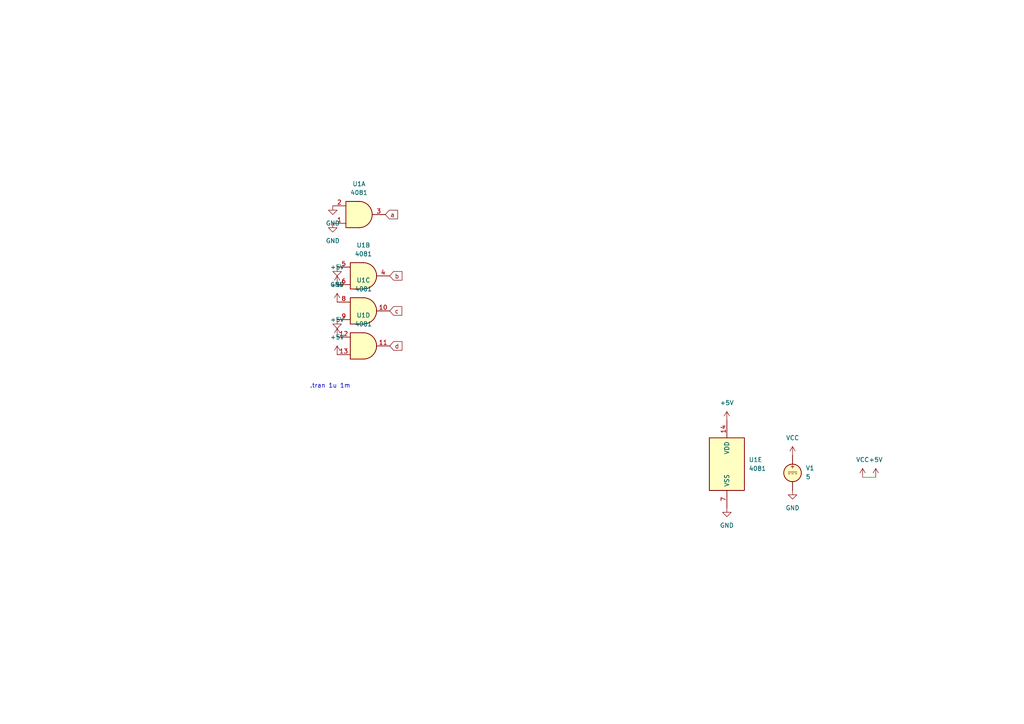
<source format=kicad_sch>
(kicad_sch
	(version 20231120)
	(generator "eeschema")
	(generator_version "8.0")
	(uuid "0a0d8940-681e-4528-8650-9bd1dcbbce9e")
	(paper "A4")
	(lib_symbols
		(symbol "4xxx:4081"
			(pin_names
				(offset 1.016)
			)
			(exclude_from_sim no)
			(in_bom yes)
			(on_board yes)
			(property "Reference" "U"
				(at 0 1.27 0)
				(effects
					(font
						(size 1.27 1.27)
					)
				)
			)
			(property "Value" "4081"
				(at 0 -1.27 0)
				(effects
					(font
						(size 1.27 1.27)
					)
				)
			)
			(property "Footprint" ""
				(at 0 0 0)
				(effects
					(font
						(size 1.27 1.27)
					)
					(hide yes)
				)
			)
			(property "Datasheet" "http://www.intersil.com/content/dam/Intersil/documents/cd40/cd4073bms-81bms-82bms.pdf"
				(at 0 0 0)
				(effects
					(font
						(size 1.27 1.27)
					)
					(hide yes)
				)
			)
			(property "Description" "Quad And 2 inputs"
				(at 0 0 0)
				(effects
					(font
						(size 1.27 1.27)
					)
					(hide yes)
				)
			)
			(property "ki_locked" ""
				(at 0 0 0)
				(effects
					(font
						(size 1.27 1.27)
					)
				)
			)
			(property "ki_keywords" "CMOS And2"
				(at 0 0 0)
				(effects
					(font
						(size 1.27 1.27)
					)
					(hide yes)
				)
			)
			(property "ki_fp_filters" "DIP?14*"
				(at 0 0 0)
				(effects
					(font
						(size 1.27 1.27)
					)
					(hide yes)
				)
			)
			(symbol "4081_1_1"
				(arc
					(start 0 -3.81)
					(mid 3.7934 0)
					(end 0 3.81)
					(stroke
						(width 0.254)
						(type default)
					)
					(fill
						(type background)
					)
				)
				(polyline
					(pts
						(xy 0 3.81) (xy -3.81 3.81) (xy -3.81 -3.81) (xy 0 -3.81)
					)
					(stroke
						(width 0.254)
						(type default)
					)
					(fill
						(type background)
					)
				)
				(pin input line
					(at -7.62 2.54 0)
					(length 3.81)
					(name "~"
						(effects
							(font
								(size 1.27 1.27)
							)
						)
					)
					(number "1"
						(effects
							(font
								(size 1.27 1.27)
							)
						)
					)
				)
				(pin input line
					(at -7.62 -2.54 0)
					(length 3.81)
					(name "~"
						(effects
							(font
								(size 1.27 1.27)
							)
						)
					)
					(number "2"
						(effects
							(font
								(size 1.27 1.27)
							)
						)
					)
				)
				(pin output line
					(at 7.62 0 180)
					(length 3.81)
					(name "~"
						(effects
							(font
								(size 1.27 1.27)
							)
						)
					)
					(number "3"
						(effects
							(font
								(size 1.27 1.27)
							)
						)
					)
				)
			)
			(symbol "4081_1_2"
				(arc
					(start -3.81 -3.81)
					(mid -2.589 0)
					(end -3.81 3.81)
					(stroke
						(width 0.254)
						(type default)
					)
					(fill
						(type none)
					)
				)
				(arc
					(start -0.6096 -3.81)
					(mid 2.1842 -2.5851)
					(end 3.81 0)
					(stroke
						(width 0.254)
						(type default)
					)
					(fill
						(type background)
					)
				)
				(polyline
					(pts
						(xy -3.81 -3.81) (xy -0.635 -3.81)
					)
					(stroke
						(width 0.254)
						(type default)
					)
					(fill
						(type background)
					)
				)
				(polyline
					(pts
						(xy -3.81 3.81) (xy -0.635 3.81)
					)
					(stroke
						(width 0.254)
						(type default)
					)
					(fill
						(type background)
					)
				)
				(polyline
					(pts
						(xy -0.635 3.81) (xy -3.81 3.81) (xy -3.81 3.81) (xy -3.556 3.4036) (xy -3.0226 2.2606) (xy -2.6924 1.0414)
						(xy -2.6162 -0.254) (xy -2.7686 -1.4986) (xy -3.175 -2.7178) (xy -3.81 -3.81) (xy -3.81 -3.81)
						(xy -0.635 -3.81)
					)
					(stroke
						(width -25.4)
						(type default)
					)
					(fill
						(type background)
					)
				)
				(arc
					(start 3.81 0)
					(mid 2.1915 2.5936)
					(end -0.6096 3.81)
					(stroke
						(width 0.254)
						(type default)
					)
					(fill
						(type background)
					)
				)
				(pin input inverted
					(at -7.62 2.54 0)
					(length 4.318)
					(name "~"
						(effects
							(font
								(size 1.27 1.27)
							)
						)
					)
					(number "1"
						(effects
							(font
								(size 1.27 1.27)
							)
						)
					)
				)
				(pin input inverted
					(at -7.62 -2.54 0)
					(length 4.318)
					(name "~"
						(effects
							(font
								(size 1.27 1.27)
							)
						)
					)
					(number "2"
						(effects
							(font
								(size 1.27 1.27)
							)
						)
					)
				)
				(pin output inverted
					(at 7.62 0 180)
					(length 3.81)
					(name "~"
						(effects
							(font
								(size 1.27 1.27)
							)
						)
					)
					(number "3"
						(effects
							(font
								(size 1.27 1.27)
							)
						)
					)
				)
			)
			(symbol "4081_2_1"
				(arc
					(start 0 -3.81)
					(mid 3.7934 0)
					(end 0 3.81)
					(stroke
						(width 0.254)
						(type default)
					)
					(fill
						(type background)
					)
				)
				(polyline
					(pts
						(xy 0 3.81) (xy -3.81 3.81) (xy -3.81 -3.81) (xy 0 -3.81)
					)
					(stroke
						(width 0.254)
						(type default)
					)
					(fill
						(type background)
					)
				)
				(pin output line
					(at 7.62 0 180)
					(length 3.81)
					(name "~"
						(effects
							(font
								(size 1.27 1.27)
							)
						)
					)
					(number "4"
						(effects
							(font
								(size 1.27 1.27)
							)
						)
					)
				)
				(pin input line
					(at -7.62 2.54 0)
					(length 3.81)
					(name "~"
						(effects
							(font
								(size 1.27 1.27)
							)
						)
					)
					(number "5"
						(effects
							(font
								(size 1.27 1.27)
							)
						)
					)
				)
				(pin input line
					(at -7.62 -2.54 0)
					(length 3.81)
					(name "~"
						(effects
							(font
								(size 1.27 1.27)
							)
						)
					)
					(number "6"
						(effects
							(font
								(size 1.27 1.27)
							)
						)
					)
				)
			)
			(symbol "4081_2_2"
				(arc
					(start -3.81 -3.81)
					(mid -2.589 0)
					(end -3.81 3.81)
					(stroke
						(width 0.254)
						(type default)
					)
					(fill
						(type none)
					)
				)
				(arc
					(start -0.6096 -3.81)
					(mid 2.1842 -2.5851)
					(end 3.81 0)
					(stroke
						(width 0.254)
						(type default)
					)
					(fill
						(type background)
					)
				)
				(polyline
					(pts
						(xy -3.81 -3.81) (xy -0.635 -3.81)
					)
					(stroke
						(width 0.254)
						(type default)
					)
					(fill
						(type background)
					)
				)
				(polyline
					(pts
						(xy -3.81 3.81) (xy -0.635 3.81)
					)
					(stroke
						(width 0.254)
						(type default)
					)
					(fill
						(type background)
					)
				)
				(polyline
					(pts
						(xy -0.635 3.81) (xy -3.81 3.81) (xy -3.81 3.81) (xy -3.556 3.4036) (xy -3.0226 2.2606) (xy -2.6924 1.0414)
						(xy -2.6162 -0.254) (xy -2.7686 -1.4986) (xy -3.175 -2.7178) (xy -3.81 -3.81) (xy -3.81 -3.81)
						(xy -0.635 -3.81)
					)
					(stroke
						(width -25.4)
						(type default)
					)
					(fill
						(type background)
					)
				)
				(arc
					(start 3.81 0)
					(mid 2.1915 2.5936)
					(end -0.6096 3.81)
					(stroke
						(width 0.254)
						(type default)
					)
					(fill
						(type background)
					)
				)
				(pin output inverted
					(at 7.62 0 180)
					(length 3.81)
					(name "~"
						(effects
							(font
								(size 1.27 1.27)
							)
						)
					)
					(number "4"
						(effects
							(font
								(size 1.27 1.27)
							)
						)
					)
				)
				(pin input inverted
					(at -7.62 2.54 0)
					(length 4.318)
					(name "~"
						(effects
							(font
								(size 1.27 1.27)
							)
						)
					)
					(number "5"
						(effects
							(font
								(size 1.27 1.27)
							)
						)
					)
				)
				(pin input inverted
					(at -7.62 -2.54 0)
					(length 4.318)
					(name "~"
						(effects
							(font
								(size 1.27 1.27)
							)
						)
					)
					(number "6"
						(effects
							(font
								(size 1.27 1.27)
							)
						)
					)
				)
			)
			(symbol "4081_3_1"
				(arc
					(start 0 -3.81)
					(mid 3.7934 0)
					(end 0 3.81)
					(stroke
						(width 0.254)
						(type default)
					)
					(fill
						(type background)
					)
				)
				(polyline
					(pts
						(xy 0 3.81) (xy -3.81 3.81) (xy -3.81 -3.81) (xy 0 -3.81)
					)
					(stroke
						(width 0.254)
						(type default)
					)
					(fill
						(type background)
					)
				)
				(pin output line
					(at 7.62 0 180)
					(length 3.81)
					(name "~"
						(effects
							(font
								(size 1.27 1.27)
							)
						)
					)
					(number "10"
						(effects
							(font
								(size 1.27 1.27)
							)
						)
					)
				)
				(pin input line
					(at -7.62 2.54 0)
					(length 3.81)
					(name "~"
						(effects
							(font
								(size 1.27 1.27)
							)
						)
					)
					(number "8"
						(effects
							(font
								(size 1.27 1.27)
							)
						)
					)
				)
				(pin input line
					(at -7.62 -2.54 0)
					(length 3.81)
					(name "~"
						(effects
							(font
								(size 1.27 1.27)
							)
						)
					)
					(number "9"
						(effects
							(font
								(size 1.27 1.27)
							)
						)
					)
				)
			)
			(symbol "4081_3_2"
				(arc
					(start -3.81 -3.81)
					(mid -2.589 0)
					(end -3.81 3.81)
					(stroke
						(width 0.254)
						(type default)
					)
					(fill
						(type none)
					)
				)
				(arc
					(start -0.6096 -3.81)
					(mid 2.1842 -2.5851)
					(end 3.81 0)
					(stroke
						(width 0.254)
						(type default)
					)
					(fill
						(type background)
					)
				)
				(polyline
					(pts
						(xy -3.81 -3.81) (xy -0.635 -3.81)
					)
					(stroke
						(width 0.254)
						(type default)
					)
					(fill
						(type background)
					)
				)
				(polyline
					(pts
						(xy -3.81 3.81) (xy -0.635 3.81)
					)
					(stroke
						(width 0.254)
						(type default)
					)
					(fill
						(type background)
					)
				)
				(polyline
					(pts
						(xy -0.635 3.81) (xy -3.81 3.81) (xy -3.81 3.81) (xy -3.556 3.4036) (xy -3.0226 2.2606) (xy -2.6924 1.0414)
						(xy -2.6162 -0.254) (xy -2.7686 -1.4986) (xy -3.175 -2.7178) (xy -3.81 -3.81) (xy -3.81 -3.81)
						(xy -0.635 -3.81)
					)
					(stroke
						(width -25.4)
						(type default)
					)
					(fill
						(type background)
					)
				)
				(arc
					(start 3.81 0)
					(mid 2.1915 2.5936)
					(end -0.6096 3.81)
					(stroke
						(width 0.254)
						(type default)
					)
					(fill
						(type background)
					)
				)
				(pin output inverted
					(at 7.62 0 180)
					(length 3.81)
					(name "~"
						(effects
							(font
								(size 1.27 1.27)
							)
						)
					)
					(number "10"
						(effects
							(font
								(size 1.27 1.27)
							)
						)
					)
				)
				(pin input inverted
					(at -7.62 2.54 0)
					(length 4.318)
					(name "~"
						(effects
							(font
								(size 1.27 1.27)
							)
						)
					)
					(number "8"
						(effects
							(font
								(size 1.27 1.27)
							)
						)
					)
				)
				(pin input inverted
					(at -7.62 -2.54 0)
					(length 4.318)
					(name "~"
						(effects
							(font
								(size 1.27 1.27)
							)
						)
					)
					(number "9"
						(effects
							(font
								(size 1.27 1.27)
							)
						)
					)
				)
			)
			(symbol "4081_4_1"
				(arc
					(start 0 -3.81)
					(mid 3.7934 0)
					(end 0 3.81)
					(stroke
						(width 0.254)
						(type default)
					)
					(fill
						(type background)
					)
				)
				(polyline
					(pts
						(xy 0 3.81) (xy -3.81 3.81) (xy -3.81 -3.81) (xy 0 -3.81)
					)
					(stroke
						(width 0.254)
						(type default)
					)
					(fill
						(type background)
					)
				)
				(pin output line
					(at 7.62 0 180)
					(length 3.81)
					(name "~"
						(effects
							(font
								(size 1.27 1.27)
							)
						)
					)
					(number "11"
						(effects
							(font
								(size 1.27 1.27)
							)
						)
					)
				)
				(pin input line
					(at -7.62 2.54 0)
					(length 3.81)
					(name "~"
						(effects
							(font
								(size 1.27 1.27)
							)
						)
					)
					(number "12"
						(effects
							(font
								(size 1.27 1.27)
							)
						)
					)
				)
				(pin input line
					(at -7.62 -2.54 0)
					(length 3.81)
					(name "~"
						(effects
							(font
								(size 1.27 1.27)
							)
						)
					)
					(number "13"
						(effects
							(font
								(size 1.27 1.27)
							)
						)
					)
				)
			)
			(symbol "4081_4_2"
				(arc
					(start -3.81 -3.81)
					(mid -2.589 0)
					(end -3.81 3.81)
					(stroke
						(width 0.254)
						(type default)
					)
					(fill
						(type none)
					)
				)
				(arc
					(start -0.6096 -3.81)
					(mid 2.1842 -2.5851)
					(end 3.81 0)
					(stroke
						(width 0.254)
						(type default)
					)
					(fill
						(type background)
					)
				)
				(polyline
					(pts
						(xy -3.81 -3.81) (xy -0.635 -3.81)
					)
					(stroke
						(width 0.254)
						(type default)
					)
					(fill
						(type background)
					)
				)
				(polyline
					(pts
						(xy -3.81 3.81) (xy -0.635 3.81)
					)
					(stroke
						(width 0.254)
						(type default)
					)
					(fill
						(type background)
					)
				)
				(polyline
					(pts
						(xy -0.635 3.81) (xy -3.81 3.81) (xy -3.81 3.81) (xy -3.556 3.4036) (xy -3.0226 2.2606) (xy -2.6924 1.0414)
						(xy -2.6162 -0.254) (xy -2.7686 -1.4986) (xy -3.175 -2.7178) (xy -3.81 -3.81) (xy -3.81 -3.81)
						(xy -0.635 -3.81)
					)
					(stroke
						(width -25.4)
						(type default)
					)
					(fill
						(type background)
					)
				)
				(arc
					(start 3.81 0)
					(mid 2.1915 2.5936)
					(end -0.6096 3.81)
					(stroke
						(width 0.254)
						(type default)
					)
					(fill
						(type background)
					)
				)
				(pin output inverted
					(at 7.62 0 180)
					(length 3.81)
					(name "~"
						(effects
							(font
								(size 1.27 1.27)
							)
						)
					)
					(number "11"
						(effects
							(font
								(size 1.27 1.27)
							)
						)
					)
				)
				(pin input inverted
					(at -7.62 2.54 0)
					(length 4.318)
					(name "~"
						(effects
							(font
								(size 1.27 1.27)
							)
						)
					)
					(number "12"
						(effects
							(font
								(size 1.27 1.27)
							)
						)
					)
				)
				(pin input inverted
					(at -7.62 -2.54 0)
					(length 4.318)
					(name "~"
						(effects
							(font
								(size 1.27 1.27)
							)
						)
					)
					(number "13"
						(effects
							(font
								(size 1.27 1.27)
							)
						)
					)
				)
			)
			(symbol "4081_5_0"
				(pin power_in line
					(at 0 12.7 270)
					(length 5.08)
					(name "VDD"
						(effects
							(font
								(size 1.27 1.27)
							)
						)
					)
					(number "14"
						(effects
							(font
								(size 1.27 1.27)
							)
						)
					)
				)
				(pin power_in line
					(at 0 -12.7 90)
					(length 5.08)
					(name "VSS"
						(effects
							(font
								(size 1.27 1.27)
							)
						)
					)
					(number "7"
						(effects
							(font
								(size 1.27 1.27)
							)
						)
					)
				)
			)
			(symbol "4081_5_1"
				(rectangle
					(start -5.08 7.62)
					(end 5.08 -7.62)
					(stroke
						(width 0.254)
						(type default)
					)
					(fill
						(type background)
					)
				)
			)
		)
		(symbol "Simulation_SPICE:VDC"
			(pin_numbers hide)
			(pin_names
				(offset 0.0254)
			)
			(exclude_from_sim no)
			(in_bom yes)
			(on_board yes)
			(property "Reference" "V"
				(at 2.54 2.54 0)
				(effects
					(font
						(size 1.27 1.27)
					)
					(justify left)
				)
			)
			(property "Value" "1"
				(at 2.54 0 0)
				(effects
					(font
						(size 1.27 1.27)
					)
					(justify left)
				)
			)
			(property "Footprint" ""
				(at 0 0 0)
				(effects
					(font
						(size 1.27 1.27)
					)
					(hide yes)
				)
			)
			(property "Datasheet" "~"
				(at 0 0 0)
				(effects
					(font
						(size 1.27 1.27)
					)
					(hide yes)
				)
			)
			(property "Description" "Voltage source, DC"
				(at 0 0 0)
				(effects
					(font
						(size 1.27 1.27)
					)
					(hide yes)
				)
			)
			(property "Sim.Pins" "1=+ 2=-"
				(at 0 0 0)
				(effects
					(font
						(size 1.27 1.27)
					)
					(hide yes)
				)
			)
			(property "Sim.Type" "DC"
				(at 0 0 0)
				(effects
					(font
						(size 1.27 1.27)
					)
					(hide yes)
				)
			)
			(property "Sim.Device" "V"
				(at 0 0 0)
				(effects
					(font
						(size 1.27 1.27)
					)
					(justify left)
					(hide yes)
				)
			)
			(property "ki_keywords" "simulation"
				(at 0 0 0)
				(effects
					(font
						(size 1.27 1.27)
					)
					(hide yes)
				)
			)
			(symbol "VDC_0_0"
				(polyline
					(pts
						(xy -1.27 0.254) (xy 1.27 0.254)
					)
					(stroke
						(width 0)
						(type default)
					)
					(fill
						(type none)
					)
				)
				(polyline
					(pts
						(xy -0.762 -0.254) (xy -1.27 -0.254)
					)
					(stroke
						(width 0)
						(type default)
					)
					(fill
						(type none)
					)
				)
				(polyline
					(pts
						(xy 0.254 -0.254) (xy -0.254 -0.254)
					)
					(stroke
						(width 0)
						(type default)
					)
					(fill
						(type none)
					)
				)
				(polyline
					(pts
						(xy 1.27 -0.254) (xy 0.762 -0.254)
					)
					(stroke
						(width 0)
						(type default)
					)
					(fill
						(type none)
					)
				)
				(text "+"
					(at 0 1.905 0)
					(effects
						(font
							(size 1.27 1.27)
						)
					)
				)
			)
			(symbol "VDC_0_1"
				(circle
					(center 0 0)
					(radius 2.54)
					(stroke
						(width 0.254)
						(type default)
					)
					(fill
						(type background)
					)
				)
			)
			(symbol "VDC_1_1"
				(pin passive line
					(at 0 5.08 270)
					(length 2.54)
					(name "~"
						(effects
							(font
								(size 1.27 1.27)
							)
						)
					)
					(number "1"
						(effects
							(font
								(size 1.27 1.27)
							)
						)
					)
				)
				(pin passive line
					(at 0 -5.08 90)
					(length 2.54)
					(name "~"
						(effects
							(font
								(size 1.27 1.27)
							)
						)
					)
					(number "2"
						(effects
							(font
								(size 1.27 1.27)
							)
						)
					)
				)
			)
		)
		(symbol "power:+5V"
			(power)
			(pin_names
				(offset 0)
			)
			(exclude_from_sim no)
			(in_bom yes)
			(on_board yes)
			(property "Reference" "#PWR"
				(at 0 -3.81 0)
				(effects
					(font
						(size 1.27 1.27)
					)
					(hide yes)
				)
			)
			(property "Value" "+5V"
				(at 0 3.556 0)
				(effects
					(font
						(size 1.27 1.27)
					)
				)
			)
			(property "Footprint" ""
				(at 0 0 0)
				(effects
					(font
						(size 1.27 1.27)
					)
					(hide yes)
				)
			)
			(property "Datasheet" ""
				(at 0 0 0)
				(effects
					(font
						(size 1.27 1.27)
					)
					(hide yes)
				)
			)
			(property "Description" "Power symbol creates a global label with name \"+5V\""
				(at 0 0 0)
				(effects
					(font
						(size 1.27 1.27)
					)
					(hide yes)
				)
			)
			(property "ki_keywords" "global power"
				(at 0 0 0)
				(effects
					(font
						(size 1.27 1.27)
					)
					(hide yes)
				)
			)
			(symbol "+5V_0_1"
				(polyline
					(pts
						(xy -0.762 1.27) (xy 0 2.54)
					)
					(stroke
						(width 0)
						(type default)
					)
					(fill
						(type none)
					)
				)
				(polyline
					(pts
						(xy 0 0) (xy 0 2.54)
					)
					(stroke
						(width 0)
						(type default)
					)
					(fill
						(type none)
					)
				)
				(polyline
					(pts
						(xy 0 2.54) (xy 0.762 1.27)
					)
					(stroke
						(width 0)
						(type default)
					)
					(fill
						(type none)
					)
				)
			)
			(symbol "+5V_1_1"
				(pin power_in line
					(at 0 0 90)
					(length 0) hide
					(name "+5V"
						(effects
							(font
								(size 1.27 1.27)
							)
						)
					)
					(number "1"
						(effects
							(font
								(size 1.27 1.27)
							)
						)
					)
				)
			)
		)
		(symbol "power:GND"
			(power)
			(pin_names
				(offset 0)
			)
			(exclude_from_sim no)
			(in_bom yes)
			(on_board yes)
			(property "Reference" "#PWR"
				(at 0 -6.35 0)
				(effects
					(font
						(size 1.27 1.27)
					)
					(hide yes)
				)
			)
			(property "Value" "GND"
				(at 0 -3.81 0)
				(effects
					(font
						(size 1.27 1.27)
					)
				)
			)
			(property "Footprint" ""
				(at 0 0 0)
				(effects
					(font
						(size 1.27 1.27)
					)
					(hide yes)
				)
			)
			(property "Datasheet" ""
				(at 0 0 0)
				(effects
					(font
						(size 1.27 1.27)
					)
					(hide yes)
				)
			)
			(property "Description" "Power symbol creates a global label with name \"GND\" , ground"
				(at 0 0 0)
				(effects
					(font
						(size 1.27 1.27)
					)
					(hide yes)
				)
			)
			(property "ki_keywords" "global power"
				(at 0 0 0)
				(effects
					(font
						(size 1.27 1.27)
					)
					(hide yes)
				)
			)
			(symbol "GND_0_1"
				(polyline
					(pts
						(xy 0 0) (xy 0 -1.27) (xy 1.27 -1.27) (xy 0 -2.54) (xy -1.27 -1.27) (xy 0 -1.27)
					)
					(stroke
						(width 0)
						(type default)
					)
					(fill
						(type none)
					)
				)
			)
			(symbol "GND_1_1"
				(pin power_in line
					(at 0 0 270)
					(length 0) hide
					(name "GND"
						(effects
							(font
								(size 1.27 1.27)
							)
						)
					)
					(number "1"
						(effects
							(font
								(size 1.27 1.27)
							)
						)
					)
				)
			)
		)
		(symbol "power:VCC"
			(power)
			(pin_names
				(offset 0)
			)
			(exclude_from_sim no)
			(in_bom yes)
			(on_board yes)
			(property "Reference" "#PWR"
				(at 0 -3.81 0)
				(effects
					(font
						(size 1.27 1.27)
					)
					(hide yes)
				)
			)
			(property "Value" "VCC"
				(at 0 3.81 0)
				(effects
					(font
						(size 1.27 1.27)
					)
				)
			)
			(property "Footprint" ""
				(at 0 0 0)
				(effects
					(font
						(size 1.27 1.27)
					)
					(hide yes)
				)
			)
			(property "Datasheet" ""
				(at 0 0 0)
				(effects
					(font
						(size 1.27 1.27)
					)
					(hide yes)
				)
			)
			(property "Description" "Power symbol creates a global label with name \"VCC\""
				(at 0 0 0)
				(effects
					(font
						(size 1.27 1.27)
					)
					(hide yes)
				)
			)
			(property "ki_keywords" "global power"
				(at 0 0 0)
				(effects
					(font
						(size 1.27 1.27)
					)
					(hide yes)
				)
			)
			(symbol "VCC_0_1"
				(polyline
					(pts
						(xy -0.762 1.27) (xy 0 2.54)
					)
					(stroke
						(width 0)
						(type default)
					)
					(fill
						(type none)
					)
				)
				(polyline
					(pts
						(xy 0 0) (xy 0 2.54)
					)
					(stroke
						(width 0)
						(type default)
					)
					(fill
						(type none)
					)
				)
				(polyline
					(pts
						(xy 0 2.54) (xy 0.762 1.27)
					)
					(stroke
						(width 0)
						(type default)
					)
					(fill
						(type none)
					)
				)
			)
			(symbol "VCC_1_1"
				(pin power_in line
					(at 0 0 90)
					(length 0) hide
					(name "VCC"
						(effects
							(font
								(size 1.27 1.27)
							)
						)
					)
					(number "1"
						(effects
							(font
								(size 1.27 1.27)
							)
						)
					)
				)
			)
		)
	)
	(wire
		(pts
			(xy 250.19 138.43) (xy 254 138.43)
		)
		(stroke
			(width 0)
			(type default)
		)
		(uuid "6941fd97-049d-4a02-994a-6f7c12ecd21a")
	)
	(text ".tran 1u 1m"
		(exclude_from_sim no)
		(at 95.758 112.014 0)
		(effects
			(font
				(size 1.27 1.27)
			)
		)
		(uuid "2f1f0482-17da-4d09-b787-91227561470c")
	)
	(global_label "a"
		(shape input)
		(at 111.76 62.23 0)
		(fields_autoplaced yes)
		(effects
			(font
				(size 1.27 1.27)
			)
			(justify left)
		)
		(uuid "1e3b2d15-983e-483f-bf74-3dab4b907e01")
		(property "Intersheetrefs" "${INTERSHEET_REFS}"
			(at 115.8942 62.23 0)
			(effects
				(font
					(size 1.27 1.27)
				)
				(justify left)
				(hide yes)
			)
		)
	)
	(global_label "b"
		(shape input)
		(at 113.03 80.01 0)
		(fields_autoplaced yes)
		(effects
			(font
				(size 1.27 1.27)
			)
			(justify left)
		)
		(uuid "77d5e63b-f997-4aaa-9072-7dea45664e9a")
		(property "Intersheetrefs" "${INTERSHEET_REFS}"
			(at 117.1642 80.01 0)
			(effects
				(font
					(size 1.27 1.27)
				)
				(justify left)
				(hide yes)
			)
		)
	)
	(global_label "d"
		(shape input)
		(at 113.03 100.33 0)
		(fields_autoplaced yes)
		(effects
			(font
				(size 1.27 1.27)
			)
			(justify left)
		)
		(uuid "cd5bce2f-4634-47ad-a758-e58347ef942f")
		(property "Intersheetrefs" "${INTERSHEET_REFS}"
			(at 117.1642 100.33 0)
			(effects
				(font
					(size 1.27 1.27)
				)
				(justify left)
				(hide yes)
			)
		)
	)
	(global_label "c"
		(shape input)
		(at 113.03 90.17 0)
		(fields_autoplaced yes)
		(effects
			(font
				(size 1.27 1.27)
			)
			(justify left)
		)
		(uuid "de3e1242-1f41-4c6e-9537-fdd69c68d75a")
		(property "Intersheetrefs" "${INTERSHEET_REFS}"
			(at 117.1038 90.17 0)
			(effects
				(font
					(size 1.27 1.27)
				)
				(justify left)
				(hide yes)
			)
		)
	)
	(symbol
		(lib_id "4xxx:4081")
		(at 105.41 90.17 0)
		(unit 3)
		(exclude_from_sim no)
		(in_bom yes)
		(on_board yes)
		(dnp no)
		(fields_autoplaced yes)
		(uuid "0efa8216-adb8-4c71-a760-c973a1750aec")
		(property "Reference" "U1"
			(at 105.4017 81.28 0)
			(effects
				(font
					(size 1.27 1.27)
				)
			)
		)
		(property "Value" "4081"
			(at 105.4017 83.82 0)
			(effects
				(font
					(size 1.27 1.27)
				)
			)
		)
		(property "Footprint" ""
			(at 105.41 90.17 0)
			(effects
				(font
					(size 1.27 1.27)
				)
				(hide yes)
			)
		)
		(property "Datasheet" "http://www.intersil.com/content/dam/Intersil/documents/cd40/cd4073bms-81bms-82bms.pdf"
			(at 105.41 90.17 0)
			(effects
				(font
					(size 1.27 1.27)
				)
				(hide yes)
			)
		)
		(property "Description" ""
			(at 105.41 90.17 0)
			(effects
				(font
					(size 1.27 1.27)
				)
				(hide yes)
			)
		)
		(property "Sim.Library" "beyondlogic.dual.lib"
			(at 105.41 90.17 0)
			(effects
				(font
					(size 1.27 1.27)
				)
				(hide yes)
			)
		)
		(property "Sim.Name" "4081B"
			(at 105.41 90.17 0)
			(effects
				(font
					(size 1.27 1.27)
				)
				(hide yes)
			)
		)
		(property "Sim.Device" "SUBCKT"
			(at 105.41 90.17 0)
			(effects
				(font
					(size 1.27 1.27)
				)
				(hide yes)
			)
		)
		(property "Sim.Pins" "1=A1 2=B1 3=Y1 4=Y2 5=A2 6=B2 7=VSS 8=A3 9=B3 10=Y3 11=Y4 12=A4 13=B4 14=VDD"
			(at 105.41 90.17 0)
			(effects
				(font
					(size 1.27 1.27)
				)
				(hide yes)
			)
		)
		(pin "4"
			(uuid "d5de7238-74a9-45d9-b3b5-a8e261d3a205")
		)
		(pin "2"
			(uuid "97f0e659-7755-413f-aa40-0c97a896bf36")
		)
		(pin "3"
			(uuid "2ecbc070-baef-4f62-b719-d5922e17e176")
		)
		(pin "7"
			(uuid "774a79fd-614a-4f65-8a39-f7d76fb251cb")
		)
		(pin "8"
			(uuid "baccf83b-2fbf-424e-86ef-fb93a46ef932")
		)
		(pin "6"
			(uuid "2c56e8e3-47f6-40e5-afc2-d9d7acd87a56")
		)
		(pin "11"
			(uuid "224ec515-7549-4e8d-b989-67518ececd8f")
		)
		(pin "10"
			(uuid "ab33d4b8-7240-473f-ae56-f6976ba49219")
		)
		(pin "1"
			(uuid "38f60b24-836c-4dac-b8da-c5bd24416755")
		)
		(pin "13"
			(uuid "5e806ecc-83a3-432e-bfcb-ce78a33ccef0")
		)
		(pin "9"
			(uuid "e7cdeaf1-4e06-4a2d-bc54-e98f8f7d980d")
		)
		(pin "5"
			(uuid "0aa5e966-92fe-4373-ac2e-8b48435b9422")
		)
		(pin "14"
			(uuid "4e39246b-9c30-4e99-adaf-2fa24c926139")
		)
		(pin "12"
			(uuid "5dc734d7-25d2-458a-9749-032f3b6f0da3")
		)
		(instances
			(project "phasecomparator"
				(path "/0a0d8940-681e-4528-8650-9bd1dcbbce9e"
					(reference "U1")
					(unit 3)
				)
			)
		)
	)
	(symbol
		(lib_id "power:+5V")
		(at 210.82 121.92 0)
		(unit 1)
		(exclude_from_sim no)
		(in_bom yes)
		(on_board yes)
		(dnp no)
		(fields_autoplaced yes)
		(uuid "10682086-5a4b-45ee-82bb-f0e94bcda764")
		(property "Reference" "#PWR08"
			(at 210.82 125.73 0)
			(effects
				(font
					(size 1.27 1.27)
				)
				(hide yes)
			)
		)
		(property "Value" "+5V"
			(at 210.82 116.84 0)
			(effects
				(font
					(size 1.27 1.27)
				)
			)
		)
		(property "Footprint" ""
			(at 210.82 121.92 0)
			(effects
				(font
					(size 1.27 1.27)
				)
				(hide yes)
			)
		)
		(property "Datasheet" ""
			(at 210.82 121.92 0)
			(effects
				(font
					(size 1.27 1.27)
				)
				(hide yes)
			)
		)
		(property "Description" "Power symbol creates a global label with name \"+5V\""
			(at 210.82 121.92 0)
			(effects
				(font
					(size 1.27 1.27)
				)
				(hide yes)
			)
		)
		(pin "1"
			(uuid "c7a92da4-6466-4ed5-966e-dd4aff3f165b")
		)
		(instances
			(project "phasecomparator"
				(path "/0a0d8940-681e-4528-8650-9bd1dcbbce9e"
					(reference "#PWR08")
					(unit 1)
				)
			)
		)
	)
	(symbol
		(lib_id "4xxx:4081")
		(at 210.82 134.62 0)
		(unit 5)
		(exclude_from_sim no)
		(in_bom yes)
		(on_board yes)
		(dnp no)
		(uuid "306d8b97-9767-4c0c-bdd0-c8d881be1de0")
		(property "Reference" "U1"
			(at 217.17 133.35 0)
			(effects
				(font
					(size 1.27 1.27)
				)
				(justify left)
			)
		)
		(property "Value" "4081"
			(at 217.17 135.89 0)
			(effects
				(font
					(size 1.27 1.27)
				)
				(justify left)
			)
		)
		(property "Footprint" ""
			(at 210.82 134.62 0)
			(effects
				(font
					(size 1.27 1.27)
				)
				(hide yes)
			)
		)
		(property "Datasheet" "http://www.intersil.com/content/dam/Intersil/documents/cd40/cd4073bms-81bms-82bms.pdf"
			(at 210.82 134.62 0)
			(effects
				(font
					(size 1.27 1.27)
				)
				(hide yes)
			)
		)
		(property "Description" ""
			(at 210.82 134.62 0)
			(effects
				(font
					(size 1.27 1.27)
				)
				(hide yes)
			)
		)
		(property "Sim.Library" "beyondlogic.dual.lib"
			(at 210.82 134.62 0)
			(effects
				(font
					(size 1.27 1.27)
				)
				(hide yes)
			)
		)
		(property "Sim.Name" "4081B"
			(at 210.82 134.62 0)
			(effects
				(font
					(size 1.27 1.27)
				)
				(hide yes)
			)
		)
		(property "Sim.Device" "SUBCKT"
			(at 210.82 134.62 0)
			(effects
				(font
					(size 1.27 1.27)
				)
				(hide yes)
			)
		)
		(property "Sim.Pins" "1=A1 2=B1 3=Y1 4=Y2 5=A2 6=B2 7=VSS 8=A3 9=B3 10=Y3 11=Y4 12=A4 13=B4 14=VDD"
			(at 210.82 134.62 0)
			(effects
				(font
					(size 1.27 1.27)
				)
				(hide yes)
			)
		)
		(pin "4"
			(uuid "d5de7238-74a9-45d9-b3b5-a8e261d3a206")
		)
		(pin "2"
			(uuid "97f0e659-7755-413f-aa40-0c97a896bf37")
		)
		(pin "3"
			(uuid "2ecbc070-baef-4f62-b719-d5922e17e177")
		)
		(pin "7"
			(uuid "e4b362fa-48c2-4e51-b3e5-d1a4360f8bbe")
		)
		(pin "8"
			(uuid "0499b8e7-e2b3-4038-b936-9e295cd4f8c6")
		)
		(pin "6"
			(uuid "2c56e8e3-47f6-40e5-afc2-d9d7acd87a57")
		)
		(pin "11"
			(uuid "224ec515-7549-4e8d-b989-67518ececd90")
		)
		(pin "10"
			(uuid "2e228645-835d-4dee-a0c0-1a9fb5ce8fcb")
		)
		(pin "1"
			(uuid "38f60b24-836c-4dac-b8da-c5bd24416756")
		)
		(pin "13"
			(uuid "5e806ecc-83a3-432e-bfcb-ce78a33ccef1")
		)
		(pin "9"
			(uuid "4362a82a-db6c-4266-afe7-580f048157f9")
		)
		(pin "5"
			(uuid "0aa5e966-92fe-4373-ac2e-8b48435b9423")
		)
		(pin "14"
			(uuid "49546bc6-a845-41e8-9f99-dda6bf6a34bd")
		)
		(pin "12"
			(uuid "5dc734d7-25d2-458a-9749-032f3b6f0da4")
		)
		(instances
			(project "phasecomparator"
				(path "/0a0d8940-681e-4528-8650-9bd1dcbbce9e"
					(reference "U1")
					(unit 5)
				)
			)
		)
	)
	(symbol
		(lib_id "power:GND")
		(at 97.79 92.71 0)
		(unit 1)
		(exclude_from_sim no)
		(in_bom yes)
		(on_board yes)
		(dnp no)
		(fields_autoplaced yes)
		(uuid "4e568c4c-8d31-4aed-99b0-d2494ce23624")
		(property "Reference" "#PWR05"
			(at 97.79 99.06 0)
			(effects
				(font
					(size 1.27 1.27)
				)
				(hide yes)
			)
		)
		(property "Value" "GND"
			(at 97.79 97.79 0)
			(effects
				(font
					(size 1.27 1.27)
				)
				(hide yes)
			)
		)
		(property "Footprint" ""
			(at 97.79 92.71 0)
			(effects
				(font
					(size 1.27 1.27)
				)
				(hide yes)
			)
		)
		(property "Datasheet" ""
			(at 97.79 92.71 0)
			(effects
				(font
					(size 1.27 1.27)
				)
				(hide yes)
			)
		)
		(property "Description" ""
			(at 97.79 92.71 0)
			(effects
				(font
					(size 1.27 1.27)
				)
				(hide yes)
			)
		)
		(pin "1"
			(uuid "2b76b074-247b-4d80-b96e-bb1451476ef9")
		)
		(instances
			(project "phasecomparator"
				(path "/0a0d8940-681e-4528-8650-9bd1dcbbce9e"
					(reference "#PWR05")
					(unit 1)
				)
			)
		)
	)
	(symbol
		(lib_id "power:GND")
		(at 97.79 77.47 0)
		(unit 1)
		(exclude_from_sim no)
		(in_bom yes)
		(on_board yes)
		(dnp no)
		(fields_autoplaced yes)
		(uuid "4f3b0ce4-5c33-4c70-b59c-3ac7e4824906")
		(property "Reference" "#PWR02"
			(at 97.79 83.82 0)
			(effects
				(font
					(size 1.27 1.27)
				)
				(hide yes)
			)
		)
		(property "Value" "GND"
			(at 97.79 82.55 0)
			(effects
				(font
					(size 1.27 1.27)
				)
			)
		)
		(property "Footprint" ""
			(at 97.79 77.47 0)
			(effects
				(font
					(size 1.27 1.27)
				)
				(hide yes)
			)
		)
		(property "Datasheet" ""
			(at 97.79 77.47 0)
			(effects
				(font
					(size 1.27 1.27)
				)
				(hide yes)
			)
		)
		(property "Description" ""
			(at 97.79 77.47 0)
			(effects
				(font
					(size 1.27 1.27)
				)
				(hide yes)
			)
		)
		(pin "1"
			(uuid "b139942f-9782-4455-a12e-659811061569")
		)
		(instances
			(project "phasecomparator"
				(path "/0a0d8940-681e-4528-8650-9bd1dcbbce9e"
					(reference "#PWR02")
					(unit 1)
				)
			)
		)
	)
	(symbol
		(lib_id "power:GND")
		(at 210.82 147.32 0)
		(unit 1)
		(exclude_from_sim no)
		(in_bom yes)
		(on_board yes)
		(dnp no)
		(fields_autoplaced yes)
		(uuid "555a1dd1-66c8-44f2-bde9-0a51f65e0162")
		(property "Reference" "#PWR01"
			(at 210.82 153.67 0)
			(effects
				(font
					(size 1.27 1.27)
				)
				(hide yes)
			)
		)
		(property "Value" "GND"
			(at 210.82 152.4 0)
			(effects
				(font
					(size 1.27 1.27)
				)
			)
		)
		(property "Footprint" ""
			(at 210.82 147.32 0)
			(effects
				(font
					(size 1.27 1.27)
				)
				(hide yes)
			)
		)
		(property "Datasheet" ""
			(at 210.82 147.32 0)
			(effects
				(font
					(size 1.27 1.27)
				)
				(hide yes)
			)
		)
		(property "Description" ""
			(at 210.82 147.32 0)
			(effects
				(font
					(size 1.27 1.27)
				)
				(hide yes)
			)
		)
		(pin "1"
			(uuid "61c62d6a-b6b1-445b-95b6-7d2a5ac21247")
		)
		(instances
			(project "phasecomparator"
				(path "/0a0d8940-681e-4528-8650-9bd1dcbbce9e"
					(reference "#PWR01")
					(unit 1)
				)
			)
		)
	)
	(symbol
		(lib_id "power:+5V")
		(at 254 138.43 0)
		(unit 1)
		(exclude_from_sim no)
		(in_bom yes)
		(on_board yes)
		(dnp no)
		(fields_autoplaced yes)
		(uuid "592a01d7-fdb9-4423-856f-1b6295e24002")
		(property "Reference" "#PWR014"
			(at 254 142.24 0)
			(effects
				(font
					(size 1.27 1.27)
				)
				(hide yes)
			)
		)
		(property "Value" "+5V"
			(at 254 133.35 0)
			(effects
				(font
					(size 1.27 1.27)
				)
			)
		)
		(property "Footprint" ""
			(at 254 138.43 0)
			(effects
				(font
					(size 1.27 1.27)
				)
				(hide yes)
			)
		)
		(property "Datasheet" ""
			(at 254 138.43 0)
			(effects
				(font
					(size 1.27 1.27)
				)
				(hide yes)
			)
		)
		(property "Description" "Power symbol creates a global label with name \"+5V\""
			(at 254 138.43 0)
			(effects
				(font
					(size 1.27 1.27)
				)
				(hide yes)
			)
		)
		(pin "1"
			(uuid "096096f5-2066-465f-b08d-22d25fc257d2")
		)
		(instances
			(project "phasecomparator"
				(path "/0a0d8940-681e-4528-8650-9bd1dcbbce9e"
					(reference "#PWR014")
					(unit 1)
				)
			)
		)
	)
	(symbol
		(lib_id "power:GND")
		(at 96.52 59.69 0)
		(unit 1)
		(exclude_from_sim no)
		(in_bom yes)
		(on_board yes)
		(dnp no)
		(fields_autoplaced yes)
		(uuid "7736295e-84db-43ad-92ab-f9011bbf9d82")
		(property "Reference" "#PWR010"
			(at 96.52 66.04 0)
			(effects
				(font
					(size 1.27 1.27)
				)
				(hide yes)
			)
		)
		(property "Value" "GND"
			(at 96.52 64.77 0)
			(effects
				(font
					(size 1.27 1.27)
				)
			)
		)
		(property "Footprint" ""
			(at 96.52 59.69 0)
			(effects
				(font
					(size 1.27 1.27)
				)
				(hide yes)
			)
		)
		(property "Datasheet" ""
			(at 96.52 59.69 0)
			(effects
				(font
					(size 1.27 1.27)
				)
				(hide yes)
			)
		)
		(property "Description" ""
			(at 96.52 59.69 0)
			(effects
				(font
					(size 1.27 1.27)
				)
				(hide yes)
			)
		)
		(pin "1"
			(uuid "d31128f1-4e34-4a11-b08d-45e812486a28")
		)
		(instances
			(project "phasecomparator"
				(path "/0a0d8940-681e-4528-8650-9bd1dcbbce9e"
					(reference "#PWR010")
					(unit 1)
				)
			)
		)
	)
	(symbol
		(lib_id "power:GND")
		(at 229.87 142.24 0)
		(unit 1)
		(exclude_from_sim no)
		(in_bom yes)
		(on_board yes)
		(dnp no)
		(fields_autoplaced yes)
		(uuid "89c46e08-f188-4c2e-8ddc-9b33aa6276af")
		(property "Reference" "#PWR012"
			(at 229.87 148.59 0)
			(effects
				(font
					(size 1.27 1.27)
				)
				(hide yes)
			)
		)
		(property "Value" "GND"
			(at 229.87 147.32 0)
			(effects
				(font
					(size 1.27 1.27)
				)
			)
		)
		(property "Footprint" ""
			(at 229.87 142.24 0)
			(effects
				(font
					(size 1.27 1.27)
				)
				(hide yes)
			)
		)
		(property "Datasheet" ""
			(at 229.87 142.24 0)
			(effects
				(font
					(size 1.27 1.27)
				)
				(hide yes)
			)
		)
		(property "Description" ""
			(at 229.87 142.24 0)
			(effects
				(font
					(size 1.27 1.27)
				)
				(hide yes)
			)
		)
		(pin "1"
			(uuid "9a19549f-3fdc-4cbb-ab52-d39848b6131a")
		)
		(instances
			(project "phasecomparator"
				(path "/0a0d8940-681e-4528-8650-9bd1dcbbce9e"
					(reference "#PWR012")
					(unit 1)
				)
			)
		)
	)
	(symbol
		(lib_id "power:+5V")
		(at 97.79 102.87 0)
		(unit 1)
		(exclude_from_sim no)
		(in_bom yes)
		(on_board yes)
		(dnp no)
		(fields_autoplaced yes)
		(uuid "8ea82da0-03fe-4187-9da0-1137adf5f52a")
		(property "Reference" "#PWR07"
			(at 97.79 106.68 0)
			(effects
				(font
					(size 1.27 1.27)
				)
				(hide yes)
			)
		)
		(property "Value" "+5V"
			(at 97.79 97.79 0)
			(effects
				(font
					(size 1.27 1.27)
				)
			)
		)
		(property "Footprint" ""
			(at 97.79 102.87 0)
			(effects
				(font
					(size 1.27 1.27)
				)
				(hide yes)
			)
		)
		(property "Datasheet" ""
			(at 97.79 102.87 0)
			(effects
				(font
					(size 1.27 1.27)
				)
				(hide yes)
			)
		)
		(property "Description" "Power symbol creates a global label with name \"+5V\""
			(at 97.79 102.87 0)
			(effects
				(font
					(size 1.27 1.27)
				)
				(hide yes)
			)
		)
		(pin "1"
			(uuid "13b9e7e3-dd71-4e66-82c6-4a4bbc4fcef5")
		)
		(instances
			(project "phasecomparator"
				(path "/0a0d8940-681e-4528-8650-9bd1dcbbce9e"
					(reference "#PWR07")
					(unit 1)
				)
			)
		)
	)
	(symbol
		(lib_id "4xxx:4081")
		(at 105.41 100.33 0)
		(unit 4)
		(exclude_from_sim no)
		(in_bom yes)
		(on_board yes)
		(dnp no)
		(fields_autoplaced yes)
		(uuid "90a1ef31-bfa4-49fc-ad68-09ac15b547bc")
		(property "Reference" "U1"
			(at 105.4017 91.44 0)
			(effects
				(font
					(size 1.27 1.27)
				)
			)
		)
		(property "Value" "4081"
			(at 105.4017 93.98 0)
			(effects
				(font
					(size 1.27 1.27)
				)
			)
		)
		(property "Footprint" ""
			(at 105.41 100.33 0)
			(effects
				(font
					(size 1.27 1.27)
				)
				(hide yes)
			)
		)
		(property "Datasheet" "http://www.intersil.com/content/dam/Intersil/documents/cd40/cd4073bms-81bms-82bms.pdf"
			(at 105.41 100.33 0)
			(effects
				(font
					(size 1.27 1.27)
				)
				(hide yes)
			)
		)
		(property "Description" ""
			(at 105.41 100.33 0)
			(effects
				(font
					(size 1.27 1.27)
				)
				(hide yes)
			)
		)
		(property "Sim.Library" "beyondlogic.dual.lib"
			(at 105.41 100.33 0)
			(effects
				(font
					(size 1.27 1.27)
				)
				(hide yes)
			)
		)
		(property "Sim.Name" "4081B"
			(at 105.41 100.33 0)
			(effects
				(font
					(size 1.27 1.27)
				)
				(hide yes)
			)
		)
		(property "Sim.Device" "SUBCKT"
			(at 105.41 100.33 0)
			(effects
				(font
					(size 1.27 1.27)
				)
				(hide yes)
			)
		)
		(property "Sim.Pins" "1=A1 2=B1 3=Y1 4=Y2 5=A2 6=B2 7=VSS 8=A3 9=B3 10=Y3 11=Y4 12=A4 13=B4 14=VDD"
			(at 105.41 100.33 0)
			(effects
				(font
					(size 1.27 1.27)
				)
				(hide yes)
			)
		)
		(pin "4"
			(uuid "d5de7238-74a9-45d9-b3b5-a8e261d3a208")
		)
		(pin "2"
			(uuid "97f0e659-7755-413f-aa40-0c97a896bf39")
		)
		(pin "3"
			(uuid "2ecbc070-baef-4f62-b719-d5922e17e179")
		)
		(pin "7"
			(uuid "774a79fd-614a-4f65-8a39-f7d76fb251ce")
		)
		(pin "8"
			(uuid "0499b8e7-e2b3-4038-b936-9e295cd4f8c8")
		)
		(pin "6"
			(uuid "2c56e8e3-47f6-40e5-afc2-d9d7acd87a59")
		)
		(pin "11"
			(uuid "ae94891e-58da-45b5-9bcc-9673a017e36a")
		)
		(pin "10"
			(uuid "2e228645-835d-4dee-a0c0-1a9fb5ce8fcd")
		)
		(pin "1"
			(uuid "38f60b24-836c-4dac-b8da-c5bd24416758")
		)
		(pin "13"
			(uuid "39f09759-4ac5-4c4f-b4bd-8b47eea2d27f")
		)
		(pin "9"
			(uuid "4362a82a-db6c-4266-afe7-580f048157fb")
		)
		(pin "5"
			(uuid "0aa5e966-92fe-4373-ac2e-8b48435b9425")
		)
		(pin "14"
			(uuid "4e39246b-9c30-4e99-adaf-2fa24c92613c")
		)
		(pin "12"
			(uuid "c0762f1d-a31b-4cf4-bc30-45e4e0053fe1")
		)
		(instances
			(project "phasecomparator"
				(path "/0a0d8940-681e-4528-8650-9bd1dcbbce9e"
					(reference "U1")
					(unit 4)
				)
			)
		)
	)
	(symbol
		(lib_id "power:+5V")
		(at 97.79 97.79 0)
		(unit 1)
		(exclude_from_sim no)
		(in_bom yes)
		(on_board yes)
		(dnp no)
		(fields_autoplaced yes)
		(uuid "acc74421-0094-4734-baa2-1411aadff3e1")
		(property "Reference" "#PWR06"
			(at 97.79 101.6 0)
			(effects
				(font
					(size 1.27 1.27)
				)
				(hide yes)
			)
		)
		(property "Value" "+5V"
			(at 97.79 92.71 0)
			(effects
				(font
					(size 1.27 1.27)
				)
			)
		)
		(property "Footprint" ""
			(at 97.79 97.79 0)
			(effects
				(font
					(size 1.27 1.27)
				)
				(hide yes)
			)
		)
		(property "Datasheet" ""
			(at 97.79 97.79 0)
			(effects
				(font
					(size 1.27 1.27)
				)
				(hide yes)
			)
		)
		(property "Description" "Power symbol creates a global label with name \"+5V\""
			(at 97.79 97.79 0)
			(effects
				(font
					(size 1.27 1.27)
				)
				(hide yes)
			)
		)
		(pin "1"
			(uuid "13876f19-3ec6-47fa-8cb8-e751c7485e25")
		)
		(instances
			(project "phasecomparator"
				(path "/0a0d8940-681e-4528-8650-9bd1dcbbce9e"
					(reference "#PWR06")
					(unit 1)
				)
			)
		)
	)
	(symbol
		(lib_id "Simulation_SPICE:VDC")
		(at 229.87 137.16 0)
		(unit 1)
		(exclude_from_sim no)
		(in_bom yes)
		(on_board yes)
		(dnp no)
		(fields_autoplaced yes)
		(uuid "b1be36fa-0185-4fc7-8d70-be66a62963bd")
		(property "Reference" "V1"
			(at 233.68 135.7602 0)
			(effects
				(font
					(size 1.27 1.27)
				)
				(justify left)
			)
		)
		(property "Value" "5"
			(at 233.68 138.3002 0)
			(effects
				(font
					(size 1.27 1.27)
				)
				(justify left)
			)
		)
		(property "Footprint" ""
			(at 229.87 137.16 0)
			(effects
				(font
					(size 1.27 1.27)
				)
				(hide yes)
			)
		)
		(property "Datasheet" "~"
			(at 229.87 137.16 0)
			(effects
				(font
					(size 1.27 1.27)
				)
				(hide yes)
			)
		)
		(property "Description" ""
			(at 229.87 137.16 0)
			(effects
				(font
					(size 1.27 1.27)
				)
				(hide yes)
			)
		)
		(property "Sim.Pins" "1=+ 2=-"
			(at 229.87 137.16 0)
			(effects
				(font
					(size 1.27 1.27)
				)
				(hide yes)
			)
		)
		(property "Sim.Type" "DC"
			(at 229.87 137.16 0)
			(effects
				(font
					(size 1.27 1.27)
				)
				(hide yes)
			)
		)
		(property "Sim.Device" "V"
			(at 229.87 137.16 0)
			(effects
				(font
					(size 1.27 1.27)
				)
				(justify left)
				(hide yes)
			)
		)
		(pin "2"
			(uuid "bfe00cd8-ad44-43fd-966e-2e051be6437c")
		)
		(pin "1"
			(uuid "31d0d628-4f7f-4354-ace6-77836ab777b1")
		)
		(instances
			(project "phasecomparator"
				(path "/0a0d8940-681e-4528-8650-9bd1dcbbce9e"
					(reference "V1")
					(unit 1)
				)
			)
		)
	)
	(symbol
		(lib_id "power:GND")
		(at 96.52 64.77 0)
		(unit 1)
		(exclude_from_sim no)
		(in_bom yes)
		(on_board yes)
		(dnp no)
		(fields_autoplaced yes)
		(uuid "b4c090c9-ec69-4d97-bfd7-039bbc2ec433")
		(property "Reference" "#PWR09"
			(at 96.52 71.12 0)
			(effects
				(font
					(size 1.27 1.27)
				)
				(hide yes)
			)
		)
		(property "Value" "GND"
			(at 96.52 69.85 0)
			(effects
				(font
					(size 1.27 1.27)
				)
			)
		)
		(property "Footprint" ""
			(at 96.52 64.77 0)
			(effects
				(font
					(size 1.27 1.27)
				)
				(hide yes)
			)
		)
		(property "Datasheet" ""
			(at 96.52 64.77 0)
			(effects
				(font
					(size 1.27 1.27)
				)
				(hide yes)
			)
		)
		(property "Description" ""
			(at 96.52 64.77 0)
			(effects
				(font
					(size 1.27 1.27)
				)
				(hide yes)
			)
		)
		(pin "1"
			(uuid "36438a1d-5fd8-40c4-a9a6-83fe6f8f1380")
		)
		(instances
			(project "phasecomparator"
				(path "/0a0d8940-681e-4528-8650-9bd1dcbbce9e"
					(reference "#PWR09")
					(unit 1)
				)
			)
		)
	)
	(symbol
		(lib_id "power:VCC")
		(at 250.19 138.43 0)
		(unit 1)
		(exclude_from_sim no)
		(in_bom yes)
		(on_board yes)
		(dnp no)
		(fields_autoplaced yes)
		(uuid "b66fa296-bc98-4350-89cb-b56e3ebfb3a7")
		(property "Reference" "#PWR013"
			(at 250.19 142.24 0)
			(effects
				(font
					(size 1.27 1.27)
				)
				(hide yes)
			)
		)
		(property "Value" "VCC"
			(at 250.19 133.35 0)
			(effects
				(font
					(size 1.27 1.27)
				)
			)
		)
		(property "Footprint" ""
			(at 250.19 138.43 0)
			(effects
				(font
					(size 1.27 1.27)
				)
				(hide yes)
			)
		)
		(property "Datasheet" ""
			(at 250.19 138.43 0)
			(effects
				(font
					(size 1.27 1.27)
				)
				(hide yes)
			)
		)
		(property "Description" "Power symbol creates a global label with name \"VCC\""
			(at 250.19 138.43 0)
			(effects
				(font
					(size 1.27 1.27)
				)
				(hide yes)
			)
		)
		(pin "1"
			(uuid "5c38b8b9-b905-4b99-a9f2-c574ee87f001")
		)
		(instances
			(project "phasecomparator"
				(path "/0a0d8940-681e-4528-8650-9bd1dcbbce9e"
					(reference "#PWR013")
					(unit 1)
				)
			)
		)
	)
	(symbol
		(lib_id "power:VCC")
		(at 229.87 132.08 0)
		(unit 1)
		(exclude_from_sim no)
		(in_bom yes)
		(on_board yes)
		(dnp no)
		(fields_autoplaced yes)
		(uuid "d8265ada-f761-4896-adac-87d64f1577b4")
		(property "Reference" "#PWR011"
			(at 229.87 135.89 0)
			(effects
				(font
					(size 1.27 1.27)
				)
				(hide yes)
			)
		)
		(property "Value" "VCC"
			(at 229.87 127 0)
			(effects
				(font
					(size 1.27 1.27)
				)
			)
		)
		(property "Footprint" ""
			(at 229.87 132.08 0)
			(effects
				(font
					(size 1.27 1.27)
				)
				(hide yes)
			)
		)
		(property "Datasheet" ""
			(at 229.87 132.08 0)
			(effects
				(font
					(size 1.27 1.27)
				)
				(hide yes)
			)
		)
		(property "Description" ""
			(at 229.87 132.08 0)
			(effects
				(font
					(size 1.27 1.27)
				)
				(hide yes)
			)
		)
		(pin "1"
			(uuid "6a64cc70-c106-4b70-b99d-4bf7d2437cb9")
		)
		(instances
			(project "phasecomparator"
				(path "/0a0d8940-681e-4528-8650-9bd1dcbbce9e"
					(reference "#PWR011")
					(unit 1)
				)
			)
		)
	)
	(symbol
		(lib_id "4xxx:4081")
		(at 105.41 80.01 0)
		(unit 2)
		(exclude_from_sim no)
		(in_bom yes)
		(on_board yes)
		(dnp no)
		(fields_autoplaced yes)
		(uuid "e131e858-8bf7-4b3a-b209-4a0ddef9a444")
		(property "Reference" "U1"
			(at 105.4017 71.12 0)
			(effects
				(font
					(size 1.27 1.27)
				)
			)
		)
		(property "Value" "4081"
			(at 105.4017 73.66 0)
			(effects
				(font
					(size 1.27 1.27)
				)
			)
		)
		(property "Footprint" ""
			(at 105.41 80.01 0)
			(effects
				(font
					(size 1.27 1.27)
				)
				(hide yes)
			)
		)
		(property "Datasheet" "http://www.intersil.com/content/dam/Intersil/documents/cd40/cd4073bms-81bms-82bms.pdf"
			(at 105.41 80.01 0)
			(effects
				(font
					(size 1.27 1.27)
				)
				(hide yes)
			)
		)
		(property "Description" ""
			(at 105.41 80.01 0)
			(effects
				(font
					(size 1.27 1.27)
				)
				(hide yes)
			)
		)
		(property "Sim.Library" "beyondlogic.dual.lib"
			(at 105.41 80.01 0)
			(effects
				(font
					(size 1.27 1.27)
				)
				(hide yes)
			)
		)
		(property "Sim.Name" "4081B"
			(at 105.41 80.01 0)
			(effects
				(font
					(size 1.27 1.27)
				)
				(hide yes)
			)
		)
		(property "Sim.Device" "SUBCKT"
			(at 105.41 80.01 0)
			(effects
				(font
					(size 1.27 1.27)
				)
				(hide yes)
			)
		)
		(property "Sim.Pins" "1=A1 2=B1 3=Y1 4=Y2 5=A2 6=B2 7=VSS 8=A3 9=B3 10=Y3 11=Y4 12=A4 13=B4 14=VDD"
			(at 105.41 80.01 0)
			(effects
				(font
					(size 1.27 1.27)
				)
				(hide yes)
			)
		)
		(pin "4"
			(uuid "40f271b6-fde7-4694-a174-24d19521309a")
		)
		(pin "2"
			(uuid "97f0e659-7755-413f-aa40-0c97a896bf38")
		)
		(pin "3"
			(uuid "2ecbc070-baef-4f62-b719-d5922e17e178")
		)
		(pin "7"
			(uuid "774a79fd-614a-4f65-8a39-f7d76fb251cd")
		)
		(pin "8"
			(uuid "0499b8e7-e2b3-4038-b936-9e295cd4f8c7")
		)
		(pin "6"
			(uuid "1a342ab2-c538-4cb8-a8e7-9d70d3b14001")
		)
		(pin "11"
			(uuid "224ec515-7549-4e8d-b989-67518ececd91")
		)
		(pin "10"
			(uuid "2e228645-835d-4dee-a0c0-1a9fb5ce8fcc")
		)
		(pin "1"
			(uuid "38f60b24-836c-4dac-b8da-c5bd24416757")
		)
		(pin "13"
			(uuid "5e806ecc-83a3-432e-bfcb-ce78a33ccef2")
		)
		(pin "9"
			(uuid "4362a82a-db6c-4266-afe7-580f048157fa")
		)
		(pin "5"
			(uuid "46f3aa1f-8ecf-401f-b14e-dfe96a302e38")
		)
		(pin "14"
			(uuid "4e39246b-9c30-4e99-adaf-2fa24c92613b")
		)
		(pin "12"
			(uuid "5dc734d7-25d2-458a-9749-032f3b6f0da5")
		)
		(instances
			(project "phasecomparator"
				(path "/0a0d8940-681e-4528-8650-9bd1dcbbce9e"
					(reference "U1")
					(unit 2)
				)
			)
		)
	)
	(symbol
		(lib_id "4xxx:4081")
		(at 104.14 62.23 0)
		(mirror x)
		(unit 1)
		(exclude_from_sim no)
		(in_bom yes)
		(on_board yes)
		(dnp no)
		(uuid "e65283d1-c0dc-4475-b6c3-8d2d2d08b7c2")
		(property "Reference" "U1"
			(at 104.1317 53.34 0)
			(effects
				(font
					(size 1.27 1.27)
				)
			)
		)
		(property "Value" "4081"
			(at 104.1317 55.88 0)
			(effects
				(font
					(size 1.27 1.27)
				)
			)
		)
		(property "Footprint" ""
			(at 104.14 62.23 0)
			(effects
				(font
					(size 1.27 1.27)
				)
				(hide yes)
			)
		)
		(property "Datasheet" "http://www.intersil.com/content/dam/Intersil/documents/cd40/cd4073bms-81bms-82bms.pdf"
			(at 104.14 62.23 0)
			(effects
				(font
					(size 1.27 1.27)
				)
				(hide yes)
			)
		)
		(property "Description" "Quad And 2 inputs"
			(at 104.14 62.23 0)
			(effects
				(font
					(size 1.27 1.27)
				)
				(hide yes)
			)
		)
		(property "Sim.Library" "beyondlogic.dual.lib"
			(at 104.14 62.23 0)
			(effects
				(font
					(size 1.27 1.27)
				)
				(hide yes)
			)
		)
		(property "Sim.Name" "4081B"
			(at 104.14 62.23 0)
			(effects
				(font
					(size 1.27 1.27)
				)
				(hide yes)
			)
		)
		(property "Sim.Device" "SUBCKT"
			(at 104.14 62.23 0)
			(effects
				(font
					(size 1.27 1.27)
				)
				(hide yes)
			)
		)
		(property "Sim.Pins" "1=A1 2=B1 3=Y1 4=Y2 5=A2 6=B2 7=VSS 8=A3 9=B3 10=Y3 11=Y4 12=A4 13=B4 14=VDD"
			(at 104.14 62.23 0)
			(effects
				(font
					(size 1.27 1.27)
				)
				(hide yes)
			)
		)
		(pin "4"
			(uuid "d5de7238-74a9-45d9-b3b5-a8e261d3a204")
		)
		(pin "2"
			(uuid "78dda342-d555-4fbc-95ee-4c73095ea7d9")
		)
		(pin "3"
			(uuid "1700519a-4498-46c9-b6e4-b33d4526c8d8")
		)
		(pin "7"
			(uuid "774a79fd-614a-4f65-8a39-f7d76fb251ca")
		)
		(pin "8"
			(uuid "0499b8e7-e2b3-4038-b936-9e295cd4f8c4")
		)
		(pin "6"
			(uuid "2c56e8e3-47f6-40e5-afc2-d9d7acd87a55")
		)
		(pin "11"
			(uuid "224ec515-7549-4e8d-b989-67518ececd8e")
		)
		(pin "10"
			(uuid "2e228645-835d-4dee-a0c0-1a9fb5ce8fc9")
		)
		(pin "1"
			(uuid "cde1f858-52d7-49bf-b4d3-14af4f35da88")
		)
		(pin "13"
			(uuid "5e806ecc-83a3-432e-bfcb-ce78a33cceef")
		)
		(pin "9"
			(uuid "4362a82a-db6c-4266-afe7-580f048157f7")
		)
		(pin "5"
			(uuid "0aa5e966-92fe-4373-ac2e-8b48435b9421")
		)
		(pin "14"
			(uuid "4e39246b-9c30-4e99-adaf-2fa24c926138")
		)
		(pin "12"
			(uuid "5dc734d7-25d2-458a-9749-032f3b6f0da2")
		)
		(instances
			(project "phasecomparator"
				(path "/0a0d8940-681e-4528-8650-9bd1dcbbce9e"
					(reference "U1")
					(unit 1)
				)
			)
		)
	)
	(symbol
		(lib_id "power:+5V")
		(at 97.79 87.63 0)
		(unit 1)
		(exclude_from_sim no)
		(in_bom yes)
		(on_board yes)
		(dnp no)
		(fields_autoplaced yes)
		(uuid "f7ea0f84-e4bc-4efa-8cc9-d2dcf7e12e8c")
		(property "Reference" "#PWR04"
			(at 97.79 91.44 0)
			(effects
				(font
					(size 1.27 1.27)
				)
				(hide yes)
			)
		)
		(property "Value" "+5V"
			(at 97.79 82.55 0)
			(effects
				(font
					(size 1.27 1.27)
				)
			)
		)
		(property "Footprint" ""
			(at 97.79 87.63 0)
			(effects
				(font
					(size 1.27 1.27)
				)
				(hide yes)
			)
		)
		(property "Datasheet" ""
			(at 97.79 87.63 0)
			(effects
				(font
					(size 1.27 1.27)
				)
				(hide yes)
			)
		)
		(property "Description" "Power symbol creates a global label with name \"+5V\""
			(at 97.79 87.63 0)
			(effects
				(font
					(size 1.27 1.27)
				)
				(hide yes)
			)
		)
		(pin "1"
			(uuid "5c76b3e1-efa9-4f17-a567-7d7850b8fa3e")
		)
		(instances
			(project "phasecomparator"
				(path "/0a0d8940-681e-4528-8650-9bd1dcbbce9e"
					(reference "#PWR04")
					(unit 1)
				)
			)
		)
	)
	(symbol
		(lib_id "power:+5V")
		(at 97.79 82.55 0)
		(unit 1)
		(exclude_from_sim no)
		(in_bom yes)
		(on_board yes)
		(dnp no)
		(fields_autoplaced yes)
		(uuid "ffed3c37-0ec9-41ba-b780-21112d3e8032")
		(property "Reference" "#PWR03"
			(at 97.79 86.36 0)
			(effects
				(font
					(size 1.27 1.27)
				)
				(hide yes)
			)
		)
		(property "Value" "+5V"
			(at 97.79 77.47 0)
			(effects
				(font
					(size 1.27 1.27)
				)
			)
		)
		(property "Footprint" ""
			(at 97.79 82.55 0)
			(effects
				(font
					(size 1.27 1.27)
				)
				(hide yes)
			)
		)
		(property "Datasheet" ""
			(at 97.79 82.55 0)
			(effects
				(font
					(size 1.27 1.27)
				)
				(hide yes)
			)
		)
		(property "Description" "Power symbol creates a global label with name \"+5V\""
			(at 97.79 82.55 0)
			(effects
				(font
					(size 1.27 1.27)
				)
				(hide yes)
			)
		)
		(pin "1"
			(uuid "e202bbac-21fa-4e72-a5a7-1746243ef9e9")
		)
		(instances
			(project "phasecomparator"
				(path "/0a0d8940-681e-4528-8650-9bd1dcbbce9e"
					(reference "#PWR03")
					(unit 1)
				)
			)
		)
	)
	(sheet_instances
		(path "/"
			(page "1")
		)
	)
)
</source>
